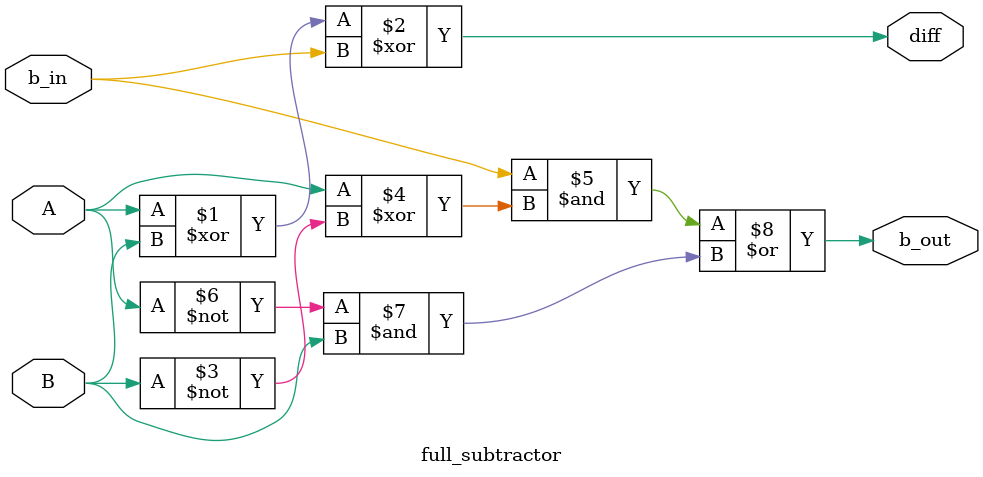
<source format=v>
module full_subtractor (A, B, b_in, diff, b_out);

input A, B, b_in;
output diff, b_out;

assign diff = A ^ B ^ b_in;
assign b_out = (b_in & (A ^ (~B)))  | ((~A)&B);
    
endmodule
</source>
